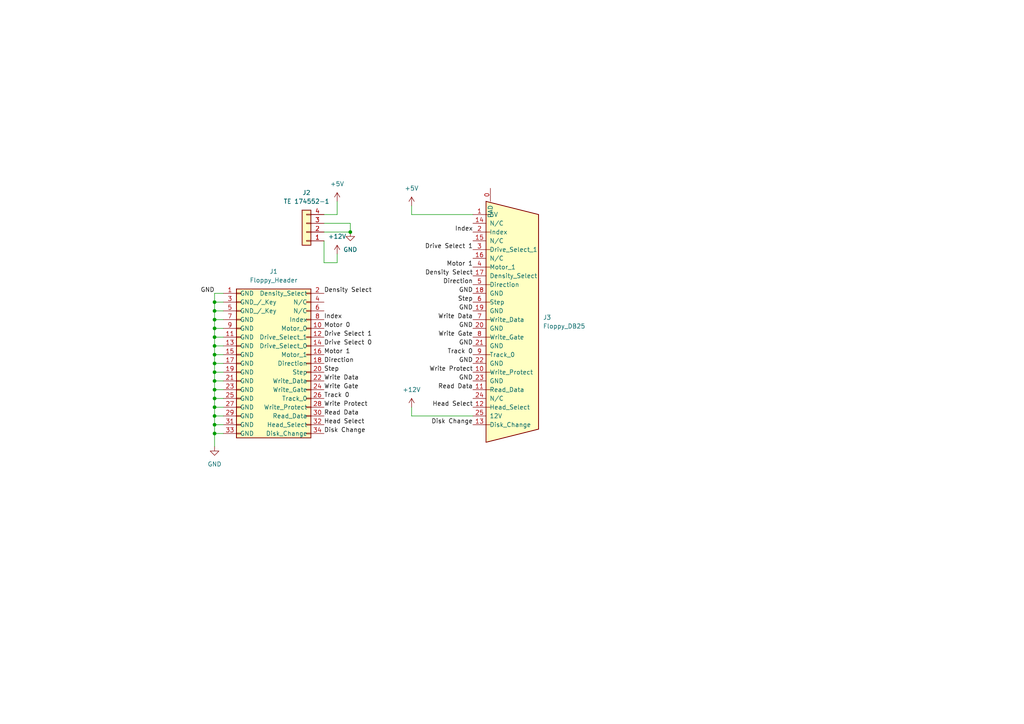
<source format=kicad_sch>
(kicad_sch (version 20211123) (generator eeschema)
  (paper "A4")
  (lib_symbols
    (symbol "Connector_Generic:Conn_01x04" (pin_names (offset 1.016) hide)
      (property "Reference" "J" (at 0 5.08 0))
      (property "Value" "Conn_01x04" (at 0 -7.62 0))
      (symbol "Conn_01x04_1_1"
        (rectangle (start -1.27 -4.953) (end 0 -5.207) (stroke (width 0.1524)))
        (rectangle (start -1.27 -2.413) (end 0 -2.667) (stroke (width 0.1524)))
        (rectangle (start -1.27 0.127) (end 0 -0.127) (stroke (width 0.1524)))
        (rectangle (start -1.27 2.667) (end 0 2.413) (stroke (width 0.1524)))
        (rectangle (start -1.27 3.81) (end 1.27 -6.35) (stroke (width 0.254)) (fill (type background)))
        (pin passive line (at -5.08 2.54 0) (length 3.81) (name "Pin_1") (number "1"))
        (pin passive line (at -5.08 0 0) (length 3.81) (name "Pin_2") (number "2"))
        (pin passive line (at -5.08 -2.54 0) (length 3.81) (name "Pin_3") (number "3"))
        (pin passive line (at -5.08 -5.08 0) (length 3.81) (name "Pin_4") (number "4"))
      )
    )
    (symbol "FloppyPinout:Floppy_DB25" (pin_names (offset 1.016))
      (property "Reference" "J" (at 3.81 38.1 0))
      (property "Value" "Floppy_DB25" (at 3.81 35.56 0))
      (symbol "Floppy_DB25_0_1"
        (polyline (pts (xy -3.81 -30.48) (xy -2.54 -30.48)))
        (polyline (pts (xy -3.81 -25.4) (xy -2.54 -25.4)))
        (polyline (pts (xy -3.81 -20.32) (xy -2.54 -20.32)))
        (polyline (pts (xy -3.81 -15.24) (xy -2.54 -15.24)))
        (polyline (pts (xy -3.81 -10.16) (xy -2.54 -10.16)))
        (polyline (pts (xy -3.81 -5.08) (xy -2.54 -5.08)))
        (polyline (pts (xy -3.81 0) (xy -2.54 0)))
        (polyline (pts (xy -3.81 5.08) (xy -2.54 5.08)))
        (polyline (pts (xy -3.81 10.16) (xy -2.54 10.16)))
        (polyline (pts (xy -3.81 15.24) (xy -2.54 15.24)))
        (polyline (pts (xy -3.81 20.32) (xy -2.54 20.32)))
        (polyline (pts (xy -3.81 25.4) (xy -2.54 25.4)))
        (polyline (pts (xy -3.81 30.48) (xy -2.54 30.48)))
        (polyline (pts (xy -3.81 -34.29) (xy 11.43 -30.48) (xy 11.43 31.75) (xy -3.81 35.56) (xy -3.81 -34.29)) (stroke (width 0.254)) (fill (type background)))
      )
      (symbol "Floppy_DB25_1_1"
        (pin passive line (at -2.54 -38.1 90) (length 3.81) (name "PAD") (number "0"))
        (pin power_in line (at -7.62 -30.48 0) (length 3.81) (name "5V") (number "1"))
        (pin passive line (at -7.62 15.24 0) (length 3.81) (name "Write_Protect") (number "10"))
        (pin passive line (at -7.62 20.32 0) (length 3.81) (name "Read_Data") (number "11"))
        (pin passive line (at -7.62 25.4 0) (length 3.81) (name "Head_Select") (number "12"))
        (pin passive line (at -7.62 30.48 0) (length 3.81) (name "Disk_Change") (number "13"))
        (pin passive line (at -7.62 -27.94 0) (length 3.81) (name "N/C") (number "14"))
        (pin passive line (at -7.62 -22.86 0) (length 3.81) (name "N/C") (number "15"))
        (pin passive line (at -7.62 -17.78 0) (length 3.81) (name "N/C") (number "16"))
        (pin passive line (at -7.62 -12.7 0) (length 3.81) (name "Density_Select") (number "17"))
        (pin power_in line (at -7.62 -7.62 0) (length 3.81) (name "GND") (number "18"))
        (pin power_in line (at -7.62 -2.54 0) (length 3.81) (name "GND") (number "19"))
        (pin passive line (at -7.62 -25.4 0) (length 3.81) (name "Index") (number "2"))
        (pin power_in line (at -7.62 2.54 0) (length 3.81) (name "GND") (number "20"))
        (pin power_in line (at -7.62 7.62 0) (length 3.81) (name "GND") (number "21"))
        (pin power_in line (at -7.62 12.7 0) (length 3.81) (name "GND") (number "22"))
        (pin power_in line (at -7.62 17.78 0) (length 3.81) (name "GND") (number "23"))
        (pin passive line (at -7.62 22.86 0) (length 3.81) (name "N/C") (number "24"))
        (pin power_in line (at -7.62 27.94 0) (length 3.81) (name "12V") (number "25"))
        (pin passive line (at -7.62 -20.32 0) (length 3.81) (name "Drive_Select_1") (number "3"))
        (pin passive line (at -7.62 -15.24 0) (length 3.81) (name "Motor_1") (number "4"))
        (pin passive line (at -7.62 -10.16 0) (length 3.81) (name "Direction") (number "5"))
        (pin passive line (at -7.62 -5.08 0) (length 3.81) (name "Step") (number "6"))
        (pin passive line (at -7.62 0 0) (length 3.81) (name "Write_Data") (number "7"))
        (pin passive line (at -7.62 5.08 0) (length 3.81) (name "Write_Gate") (number "8"))
        (pin passive line (at -7.62 10.16 0) (length 3.81) (name "Track_0") (number "9"))
      )
    )
    (symbol "FloppyPinout:Floppy_Header" (pin_names (offset 1.016))
      (property "Reference" "J" (at 1.27 22.86 0))
      (property "Value" "Floppy_Header" (at 10.16 -22.86 0))
      (symbol "Floppy_Header_1_1"
        (rectangle (start -1.27 -20.193) (end 0 -20.447) (stroke (width 0.1524)))
        (rectangle (start -1.27 -17.653) (end 0 -17.907) (stroke (width 0.1524)))
        (rectangle (start -1.27 -15.113) (end 0 -15.367) (stroke (width 0.1524)))
        (rectangle (start -1.27 -12.573) (end 0 -12.827) (stroke (width 0.1524)))
        (rectangle (start -1.27 -10.033) (end 0 -10.287) (stroke (width 0.1524)))
        (rectangle (start -1.27 -7.493) (end 0 -7.747) (stroke (width 0.1524)))
        (rectangle (start -1.27 -4.953) (end 0 -5.207) (stroke (width 0.1524)))
        (rectangle (start -1.27 -2.413) (end 0 -2.667) (stroke (width 0.1524)))
        (rectangle (start -1.27 0.127) (end 0 -0.127) (stroke (width 0.1524)))
        (rectangle (start -1.27 2.667) (end 0 2.413) (stroke (width 0.1524)))
        (rectangle (start -1.27 5.207) (end 0 4.953) (stroke (width 0.1524)))
        (rectangle (start -1.27 7.747) (end 0 7.493) (stroke (width 0.1524)))
        (rectangle (start -1.27 10.287) (end 0 10.033) (stroke (width 0.1524)))
        (rectangle (start -1.27 12.827) (end 0 12.573) (stroke (width 0.1524)))
        (rectangle (start -1.27 15.367) (end 0 15.113) (stroke (width 0.1524)))
        (rectangle (start -1.27 17.907) (end 0 17.653) (stroke (width 0.1524)))
        (rectangle (start -1.27 20.447) (end 0 20.193) (stroke (width 0.1524)))
        (rectangle (start -1.27 21.59) (end 20.32 -21.59) (stroke (width 0.254)) (fill (type background)))
        (rectangle (start 20.32 -20.193) (end 19.05 -20.447) (stroke (width 0.1524)))
        (rectangle (start 20.32 -17.653) (end 19.05 -17.907) (stroke (width 0.1524)))
        (rectangle (start 20.32 -15.113) (end 19.05 -15.367) (stroke (width 0.1524)))
        (rectangle (start 20.32 -12.573) (end 19.05 -12.827) (stroke (width 0.1524)))
        (rectangle (start 20.32 -10.033) (end 19.05 -10.287) (stroke (width 0.1524)))
        (rectangle (start 20.32 -7.493) (end 19.05 -7.747) (stroke (width 0.1524)))
        (rectangle (start 20.32 -4.953) (end 19.05 -5.207) (stroke (width 0.1524)))
        (rectangle (start 20.32 -2.413) (end 19.05 -2.667) (stroke (width 0.1524)))
        (rectangle (start 20.32 0.127) (end 19.05 -0.127) (stroke (width 0.1524)))
        (rectangle (start 20.32 2.667) (end 19.05 2.413) (stroke (width 0.1524)))
        (rectangle (start 20.32 5.207) (end 19.05 4.953) (stroke (width 0.1524)))
        (rectangle (start 20.32 7.747) (end 19.05 7.493) (stroke (width 0.1524)))
        (rectangle (start 20.32 10.287) (end 19.05 10.033) (stroke (width 0.1524)))
        (rectangle (start 20.32 12.827) (end 19.05 12.573) (stroke (width 0.1524)))
        (rectangle (start 20.32 15.367) (end 19.05 15.113) (stroke (width 0.1524)))
        (rectangle (start 20.32 17.907) (end 19.05 17.653) (stroke (width 0.1524)))
        (rectangle (start 20.32 20.447) (end 19.05 20.193) (stroke (width 0.1524)))
        (pin power_in line (at -5.08 20.32 0) (length 3.81) (name "GND") (number "1"))
        (pin passive line (at 24.13 10.16 180) (length 3.81) (name "Motor_0") (number "10"))
        (pin power_in line (at -5.08 7.62 0) (length 3.81) (name "GND") (number "11"))
        (pin passive line (at 24.13 7.62 180) (length 3.81) (name "Drive_Select_1") (number "12"))
        (pin power_in line (at -5.08 5.08 0) (length 3.81) (name "GND") (number "13"))
        (pin passive line (at 24.13 5.08 180) (length 3.81) (name "Drive_Select_0") (number "14"))
        (pin power_in line (at -5.08 2.54 0) (length 3.81) (name "GND") (number "15"))
        (pin passive line (at 24.13 2.54 180) (length 3.81) (name "Motor_1") (number "16"))
        (pin power_in line (at -5.08 0 0) (length 3.81) (name "GND") (number "17"))
        (pin passive line (at 24.13 0 180) (length 3.81) (name "Direction") (number "18"))
        (pin power_in line (at -5.08 -2.54 0) (length 3.81) (name "GND") (number "19"))
        (pin passive line (at 24.13 20.32 180) (length 3.81) (name "Density_Select") (number "2"))
        (pin passive line (at 24.13 -2.54 180) (length 3.81) (name "Step") (number "20"))
        (pin power_in line (at -5.08 -5.08 0) (length 3.81) (name "GND") (number "21"))
        (pin passive line (at 24.13 -5.08 180) (length 3.81) (name "Write_Data") (number "22"))
        (pin power_in line (at -5.08 -7.62 0) (length 3.81) (name "GND") (number "23"))
        (pin passive line (at 24.13 -7.62 180) (length 3.81) (name "Write_Gate") (number "24"))
        (pin power_in line (at -5.08 -10.16 0) (length 3.81) (name "GND") (number "25"))
        (pin passive line (at 24.13 -10.16 180) (length 3.81) (name "Track_0") (number "26"))
        (pin power_in line (at -5.08 -12.7 0) (length 3.81) (name "GND") (number "27"))
        (pin passive line (at 24.13 -12.7 180) (length 3.81) (name "Write_Protect") (number "28"))
        (pin power_in line (at -5.08 -15.24 0) (length 3.81) (name "GND") (number "29"))
        (pin power_in line (at -5.08 17.78 0) (length 3.81) (name "GND_/_Key") (number "3"))
        (pin passive line (at 24.13 -15.24 180) (length 3.81) (name "Read_Data") (number "30"))
        (pin power_in line (at -5.08 -17.78 0) (length 3.81) (name "GND") (number "31"))
        (pin passive line (at 24.13 -17.78 180) (length 3.81) (name "Head_Select") (number "32"))
        (pin power_in line (at -5.08 -20.32 0) (length 3.81) (name "GND") (number "33"))
        (pin passive line (at 24.13 -20.32 180) (length 3.81) (name "Disk_Change") (number "34"))
        (pin passive line (at 24.13 17.78 180) (length 3.81) (name "N/C") (number "4"))
        (pin power_in line (at -5.08 15.24 0) (length 3.81) (name "GND_/_Key") (number "5"))
        (pin passive line (at 24.13 15.24 180) (length 3.81) (name "N/C") (number "6"))
        (pin power_in line (at -5.08 12.7 0) (length 3.81) (name "GND") (number "7"))
        (pin passive line (at 24.13 12.7 180) (length 3.81) (name "Index") (number "8"))
        (pin power_in line (at -5.08 10.16 0) (length 3.81) (name "GND") (number "9"))
      )
    )
    (symbol "power:+12V" (power) (pin_names (offset 0))
      (property "Value" "+12V" (at 0 3.556 0))
      (symbol "+12V_0_1"
        (polyline (pts (xy -0.762 1.27) (xy 0 2.54)))
        (polyline (pts (xy 0 0) (xy 0 2.54)))
        (polyline (pts (xy 0 2.54) (xy 0.762 1.27)))
      )
      (symbol "+12V_1_1"
        (pin power_in line (at 0 0 90) (length 0) hide (name "+12V") (number "1"))
      )
    )
    (symbol "power:+5V" (power) (pin_names (offset 0))
      (property "Value" "+5V" (at 0 3.556 0))
      (symbol "+5V_0_1"
        (polyline (pts (xy -0.762 1.27) (xy 0 2.54)))
        (polyline (pts (xy 0 0) (xy 0 2.54)))
        (polyline (pts (xy 0 2.54) (xy 0.762 1.27)))
      )
      (symbol "+5V_1_1"
        (pin power_in line (at 0 0 90) (length 0) hide (name "+5V") (number "1"))
      )
    )
    (symbol "power:GND" (power) (pin_names (offset 0))
      (property "Value" "GND" (at 0 -3.81 0))
      (symbol "GND_0_1"
        (polyline (pts (xy 0 0) (xy 0 -1.27) (xy 1.27 -1.27) (xy 0 -2.54) (xy -1.27 -1.27) (xy 0 -1.27)))
      )
      (symbol "GND_1_1"
        (pin power_in line (at 0 0 270) (length 0) hide (name "GND") (number "1"))
      )
    )
  )
  (junction (at 62.23 118.11))
  (junction (at 101.6 67.31))
  (junction (at 62.23 123.19))
  (junction (at 62.23 87.63))
  (junction (at 62.23 90.17))
  (junction (at 62.23 97.79))
  (junction (at 62.23 107.95))
  (junction (at 62.23 125.73))
  (junction (at 62.23 113.03))
  (junction (at 62.23 92.71))
  (junction (at 62.23 95.25))
  (junction (at 62.23 110.49))
  (junction (at 62.23 102.87))
  (junction (at 62.23 100.33))
  (junction (at 62.23 105.41))
  (junction (at 62.23 120.65))
  (junction (at 62.23 115.57))
  (wire (pts (xy 93.98 64.77) (xy 101.6 64.77)))
  (wire (pts (xy 119.38 120.65) (xy 137.16 120.65)))
  (wire (pts (xy 119.38 59.69) (xy 119.38 62.23)))
  (wire (pts (xy 93.98 67.31) (xy 101.6 67.31)))
  (wire (pts (xy 101.6 64.77) (xy 101.6 67.31)))
  (wire (pts (xy 64.77 90.17) (xy 62.23 90.17)))
  (wire (pts (xy 62.23 113.03) (xy 62.23 115.57)))
  (wire (pts (xy 62.23 100.33) (xy 62.23 102.87)))
  (wire (pts (xy 62.23 125.73) (xy 62.23 129.54)))
  (wire (pts (xy 97.79 76.2) (xy 97.79 73.66)))
  (wire (pts (xy 62.23 107.95) (xy 62.23 110.49)))
  (wire (pts (xy 62.23 110.49) (xy 62.23 113.03)))
  (wire (pts (xy 62.23 95.25) (xy 62.23 97.79)))
  (wire (pts (xy 64.77 125.73) (xy 62.23 125.73)))
  (wire (pts (xy 62.23 102.87) (xy 62.23 105.41)))
  (wire (pts (xy 64.77 105.41) (xy 62.23 105.41)))
  (wire (pts (xy 64.77 113.03) (xy 62.23 113.03)))
  (wire (pts (xy 93.98 76.2) (xy 97.79 76.2)))
  (wire (pts (xy 62.23 90.17) (xy 62.23 92.71)))
  (wire (pts (xy 62.23 85.09) (xy 62.23 87.63)))
  (wire (pts (xy 64.77 107.95) (xy 62.23 107.95)))
  (wire (pts (xy 93.98 62.23) (xy 97.79 62.23)))
  (wire (pts (xy 62.23 123.19) (xy 62.23 125.73)))
  (wire (pts (xy 62.23 92.71) (xy 62.23 95.25)))
  (wire (pts (xy 64.77 115.57) (xy 62.23 115.57)))
  (wire (pts (xy 64.77 92.71) (xy 62.23 92.71)))
  (wire (pts (xy 62.23 118.11) (xy 62.23 120.65)))
  (wire (pts (xy 64.77 95.25) (xy 62.23 95.25)))
  (wire (pts (xy 119.38 62.23) (xy 137.16 62.23)))
  (wire (pts (xy 64.77 118.11) (xy 62.23 118.11)))
  (wire (pts (xy 62.23 97.79) (xy 62.23 100.33)))
  (wire (pts (xy 64.77 97.79) (xy 62.23 97.79)))
  (wire (pts (xy 64.77 123.19) (xy 62.23 123.19)))
  (wire (pts (xy 62.23 105.41) (xy 62.23 107.95)))
  (wire (pts (xy 64.77 120.65) (xy 62.23 120.65)))
  (wire (pts (xy 64.77 102.87) (xy 62.23 102.87)))
  (wire (pts (xy 97.79 62.23) (xy 97.79 58.42)))
  (wire (pts (xy 62.23 87.63) (xy 62.23 90.17)))
  (wire (pts (xy 64.77 110.49) (xy 62.23 110.49)))
  (wire (pts (xy 64.77 100.33) (xy 62.23 100.33)))
  (wire (pts (xy 62.23 115.57) (xy 62.23 118.11)))
  (wire (pts (xy 64.77 85.09) (xy 62.23 85.09)))
  (wire (pts (xy 93.98 69.85) (xy 93.98 76.2)))
  (wire (pts (xy 62.23 120.65) (xy 62.23 123.19)))
  (wire (pts (xy 119.38 118.11) (xy 119.38 120.65)))
  (wire (pts (xy 64.77 87.63) (xy 62.23 87.63)))
  (label "Drive Select 0" (at 93.98 100.33 0))
  (label "GND" (at 137.16 95.25 180))
  (label "Density Select" (at 137.16 80.01 180))
  (label "Disk Change" (at 93.98 125.73 0))
  (label "Index" (at 93.98 92.71 0))
  (label "Disk Change" (at 137.16 123.19 180))
  (label "Write Gate" (at 137.16 97.79 180))
  (label "Density Select" (at 93.98 85.09 0))
  (label "Motor 0" (at 93.98 95.25 0))
  (label "Write Protect" (at 137.16 107.95 180))
  (label "Motor 1" (at 137.16 77.47 180))
  (label "Track 0" (at 137.16 102.87 180))
  (label "Index" (at 137.16 67.31 180))
  (label "Track 0" (at 93.98 115.57 0))
  (label "Direction" (at 137.16 82.55 180))
  (label "GND" (at 137.16 110.49 180))
  (label "Direction" (at 93.98 105.41 0))
  (label "Read Data" (at 137.16 113.03 180))
  (label "GND" (at 137.16 90.17 180))
  (label "Read Data" (at 93.98 120.65 0))
  (label "Write Protect" (at 93.98 118.11 0))
  (label "Head Select" (at 137.16 118.11 180))
  (label "Head Select" (at 93.98 123.19 0))
  (label "Write Data" (at 137.16 92.71 180))
  (label "Step" (at 137.16 87.63 180))
  (label "Motor 1" (at 93.98 102.87 0))
  (label "Write Gate" (at 93.98 113.03 0))
  (label "Drive Select 1" (at 93.98 97.79 0))
  (label "Step" (at 93.98 107.95 0))
  (label "GND" (at 137.16 100.33 180))
  (label "Drive Select 1" (at 137.16 72.39 180))
  (label "Write Data" (at 93.98 110.49 0))
  (label "GND" (at 137.16 105.41 180))
  (label "GND" (at 62.23 85.09 180))
  (label "GND" (at 137.16 85.09 180))
  (symbol (lib_id "power:+5V") (at 97.79 58.42 0) (unit 1)
    (property "Reference" "#PWR0104" (effects hide))
    (property "Value" "+5V" (at 97.79 53.34 0))
  )
  (symbol (lib_id "power:GND") (at 101.6 67.31 0) (unit 1)
    (property "Reference" "#PWR0102" (effects hide))
    (property "Value" "GND" (at 101.6 72.39 0))
    (property "Footprint" "Connector_PinSocket_2.54mm:PinSocket_2x17_P2.54mm_Horizontal" (effects hide))
  )
  (symbol (lib_id "power:+5V") (at 119.38 59.69 0) (unit 1)
    (property "Reference" "#PWR0106" (effects hide))
    (property "Value" "+5V" (at 119.38 54.61 0))
  )
  (symbol (lib_id "power:GND") (at 62.23 129.54 0) (unit 1)
    (property "Reference" "#PWR0101" (effects hide))
    (property "Value" "GND" (at 62.23 134.62 0))
    (property "Footprint" "Connector_PinSocket_2.54mm:PinSocket_2x17_P2.54mm_Horizontal" (effects hide))
  )
  (symbol (lib_id "FloppyPinout:Floppy_DB25") (at 144.78 92.71 0) (mirror x) (unit 1)
    (property "Reference" "J3" (at 157.48 92.0749 0) (effects (justify left)))
    (property "Value" "Floppy_DB25" (at 157.48 94.6149 0) (effects (justify left)))
    (property "Footprint" "Connector_Dsub:DSUB-25_Male_Horizontal_P2.77x2.84mm_EdgePinOffset4.94mm_Housed_MountingHolesOffset7.48mm" (effects hide))
    (property "Datasheet" " ~" (effects hide))
  )
  (symbol (lib_id "power:+12V") (at 119.38 118.11 0) (unit 1)
    (property "Reference" "#PWR0107" (effects hide))
    (property "Value" "+12V" (at 119.38 113.03 0))
  )
  (symbol (lib_id "Connector_Generic:Conn_01x04") (at 88.9 67.31 180) (unit 1)
    (property "Reference" "J2" (at 88.9 55.88 0))
    (property "Value" "TE 174552-1" (at 88.9 58.42 0))
    (property "Footprint" "TE-Conn:1745521" (effects hide))
  )
  (symbol (lib_id "FloppyPinout:Floppy_Header") (at 69.85 105.41 0) (unit 1)
    (property "Reference" "J1" (at 79.375 78.74 0))
    (property "Value" "Floppy_Header" (at 79.375 81.28 0))
    (property "Footprint" "Connector_PinSocket_2.54mm:PinSocket_2x17_P2.54mm_Horizontal" (effects hide))
  )
  (symbol (lib_id "power:+12V") (at 97.79 73.66 0) (unit 1)
    (property "Reference" "#PWR0103" (effects hide))
    (property "Value" "+12V" (at 97.79 68.58 0))
  )
)
</source>
